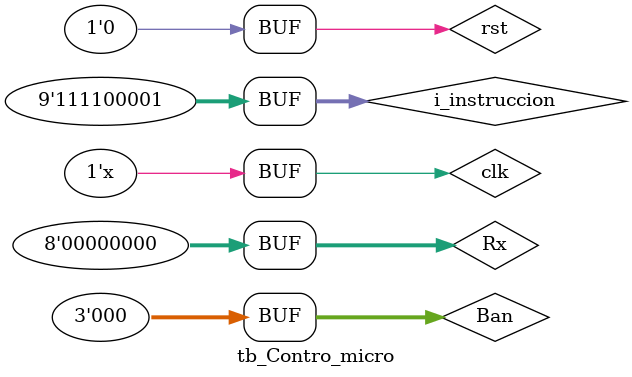
<source format=v>
`timescale 1ns / 1ps


module tb_Contro_micro;
    reg [8:0] i_instruccion;
    reg [7:0] Rx;
    reg [2:0] Ban;
    wire [2:0] Sel_op;
    wire [5:0] Sel_reg;
    wire W;
    wire [1:0] Sel_outbus;
    wire [2:0] Sel_DW;
    wire [7:0] o_direccion_instruccion;
    reg rst;
    reg clk;
    
    Control_micro uut
    ( 
    .i_instruccion(i_instruccion),
    .Rx(Rx),
    .Ban(Ban),
    .Sel_op(Sel_op),
    .Sel_reg(Sel_reg),
    .W(W),
    .Sel_outbus(Sel_outbus),
    .Sel_DW(Sel_DW),
    .o_direccion_instruccion(o_direccion_instruccion),
    .rst(rst),
    .clk(clk)
    );
    
    initial
        begin
        i_instruccion=0;
        Rx=0;
        Ban=0;
        rst=1;
        clk=0;
        
        #1 rst = 0; i_instruccion = 9'b000_001_100; //load Rx Num
        #2 i_instruccion = 9'b001_010_001; // load Rx [Ry]
        #2 i_instruccion = 9'b010_011_010; // store [Rx] Num
        #2 i_instruccion = 9'b011_111_110; // store [Rx] Ry
        #2 i_instruccion = 9'b100_001_010; // move Rx Ry
        #2 i_instruccion = 9'b101_011_001; // Math Rx OP
        #2 i_instruccion = 9'b110_100_001; // Jump [Rx] Cond
        #2 i_instruccion = 9'b111_100_001; // Nop
         
        end
    
    always
        #1 clk = !clk;
    
endmodule

</source>
